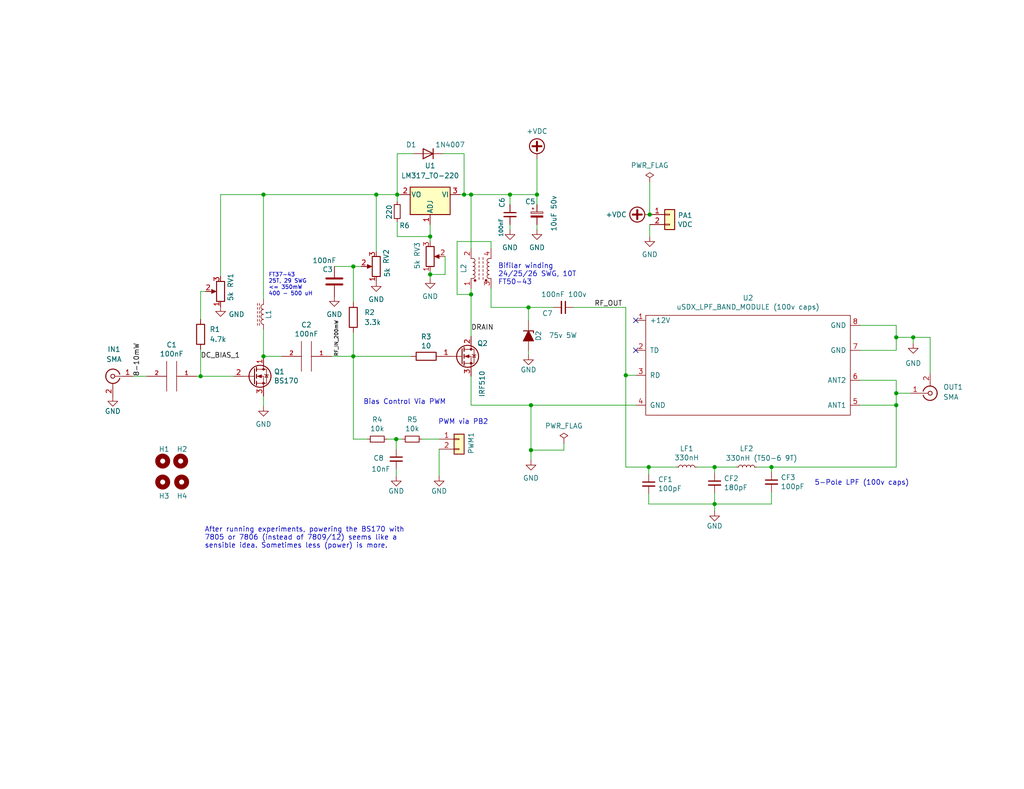
<source format=kicad_sch>
(kicad_sch (version 20211123) (generator eeschema)
  (paper "User" 260.629 200.812)
  (title_block (title "Easy-PA-With-Pluggable-LPF") (date "2021-12-26") (rev "v5.0") (company "Author: Dhiru Kholia (VU3CER)") (comment 1 "Designed for https://github.com/kholia/Easy-Digital-Beacons-v1 project") (comment 2 "Motivation: We need usable power on the 15m band!") (comment 3 "Uses ideas and support from G0UPL (QRP Labs), VU3SXT, VU2ASH, VU2SPF, AC7LX, PY2OHH") (comment 4 "Robust Class-D Single-ended \"5W+\" IRF510 powered HF PA"))
  (lib_symbols
    (symbol "Connector:Conn_Coaxial" (pin_names (offset 1.016) hide)
      (property "Reference" "J" (at 0.254 3.048 0))
      (property "Value" "Conn_Coaxial" (at 2.921 0 90))
      (symbol "Conn_Coaxial_0_1"
        (arc (start -1.778 -0.508) (mid 0.222 -1.808) (end 1.778 0) (stroke (width 0.254)))
        (polyline (pts (xy -2.54 0) (xy -0.508 0)))
        (polyline (pts (xy 0 -2.54) (xy 0 -1.778)))
        (circle (center 0 0) (radius 0.508) (stroke (width 0.2032)))
        (arc (start 1.778 0) (mid 0.222 1.8083) (end -1.778 0.508) (stroke (width 0.254)))
      )
      (symbol "Conn_Coaxial_1_1"
        (pin passive line (at -5.08 0 0) (length 2.54) (name "In") (number "1"))
        (pin passive line (at 0 -5.08 90) (length 2.54) (name "Ext") (number "2"))
      )
    )
    (symbol "Connector_Generic:Conn_01x02" (pin_names (offset 1.016) hide)
      (property "Reference" "J" (at 0 2.54 0))
      (property "Value" "Conn_01x02" (at 0 -5.08 0))
      (symbol "Conn_01x02_1_1"
        (rectangle (start -1.27 -2.413) (end 0 -2.667) (stroke (width 0.1524)))
        (rectangle (start -1.27 0.127) (end 0 -0.127) (stroke (width 0.1524)))
        (rectangle (start -1.27 1.27) (end 1.27 -3.81) (stroke (width 0.254)) (fill (type background)))
        (pin passive line (at -5.08 0 0) (length 3.81) (name "Pin_1") (number "1"))
        (pin passive line (at -5.08 -2.54 0) (length 3.81) (name "Pin_2") (number "2"))
      )
    )
    (symbol "Device:C" (pin_numbers hide) (pin_names (offset 0.254))
      (property "Reference" "C" (at 0.635 2.54 0))
      (property "Value" "C" (at 0.635 -2.54 0))
      (symbol "C_0_1"
        (polyline (pts (xy -2.032 -0.762) (xy 2.032 -0.762)) (stroke (width 0.508)))
        (polyline (pts (xy -2.032 0.762) (xy 2.032 0.762)) (stroke (width 0.508)))
      )
      (symbol "C_1_1"
        (pin passive line (at 0 3.81 270) (length 2.794) (name "~") (number "1"))
        (pin passive line (at 0 -3.81 90) (length 2.794) (name "~") (number "2"))
      )
    )
    (symbol "Device:C_Polarized_Small" (pin_numbers hide) (pin_names (offset 0.254) hide)
      (property "Reference" "C" (at 0.254 1.778 0))
      (property "Value" "C_Polarized_Small" (at 0.254 -2.032 0))
      (symbol "C_Polarized_Small_0_1"
        (rectangle (start -1.524 -0.3048) (end 1.524 -0.6858) (fill (type outline)))
        (rectangle (start -1.524 0.6858) (end 1.524 0.3048))
        (polyline (pts (xy -1.27 1.524) (xy -0.762 1.524)))
        (polyline (pts (xy -1.016 1.27) (xy -1.016 1.778)))
      )
      (symbol "C_Polarized_Small_1_1"
        (pin passive line (at 0 2.54 270) (length 1.8542) (name "~") (number "1"))
        (pin passive line (at 0 -2.54 90) (length 1.8542) (name "~") (number "2"))
      )
    )
    (symbol "Device:C_Small" (pin_numbers hide) (pin_names (offset 0.254) hide)
      (property "Reference" "C" (at 0.254 1.778 0))
      (property "Value" "C_Small" (at 0.254 -2.032 0))
      (symbol "C_Small_0_1"
        (polyline (pts (xy -1.524 -0.508) (xy 1.524 -0.508)) (stroke (width 0.3302)))
        (polyline (pts (xy -1.524 0.508) (xy 1.524 0.508)) (stroke (width 0.3048)))
      )
      (symbol "C_Small_1_1"
        (pin passive line (at 0 2.54 270) (length 2.032) (name "~") (number "1"))
        (pin passive line (at 0 -2.54 90) (length 2.032) (name "~") (number "2"))
      )
    )
    (symbol "Device:D_Zener_Filled" (pin_numbers hide) (pin_names (offset 1.016) hide)
      (property "Reference" "D" (at 0 2.54 0))
      (property "Value" "D_Zener_Filled" (at 0 -2.54 0))
      (symbol "D_Zener_Filled_0_1"
        (polyline (pts (xy 1.27 0) (xy -1.27 0)))
        (polyline (pts (xy -1.27 -1.27) (xy -1.27 1.27) (xy -0.762 1.27)) (stroke (width 0.254)))
        (polyline (pts (xy 1.27 -1.27) (xy 1.27 1.27) (xy -1.27 0) (xy 1.27 -1.27)) (stroke (width 0.254)) (fill (type outline)))
      )
      (symbol "D_Zener_Filled_1_1"
        (pin passive line (at -3.81 0 0) (length 2.54) (name "K") (number "1"))
        (pin passive line (at 3.81 0 180) (length 2.54) (name "A") (number "2"))
      )
    )
    (symbol "Device:L_Ferrite" (pin_numbers hide) (pin_names (offset 1.016) hide)
      (property "Reference" "L" (at -1.27 0 90))
      (property "Value" "L_Ferrite" (at 2.794 0 90))
      (symbol "L_Ferrite_0_1"
        (arc (start 0 -2.54) (mid 0.635 -1.905) (end 0 -1.27))
        (arc (start 0 -1.27) (mid 0.635 -0.635) (end 0 0))
        (polyline (pts (xy 1.016 -2.794) (xy 1.016 -2.286)))
        (polyline (pts (xy 1.016 -1.778) (xy 1.016 -1.27)))
        (polyline (pts (xy 1.016 -0.762) (xy 1.016 -0.254)))
        (polyline (pts (xy 1.016 0.254) (xy 1.016 0.762)))
        (polyline (pts (xy 1.016 1.27) (xy 1.016 1.778)))
        (polyline (pts (xy 1.016 2.286) (xy 1.016 2.794)))
        (polyline (pts (xy 1.524 -2.286) (xy 1.524 -2.794)))
        (polyline (pts (xy 1.524 -1.27) (xy 1.524 -1.778)))
        (polyline (pts (xy 1.524 -0.254) (xy 1.524 -0.762)))
        (polyline (pts (xy 1.524 0.762) (xy 1.524 0.254)))
        (polyline (pts (xy 1.524 1.778) (xy 1.524 1.27)))
        (polyline (pts (xy 1.524 2.794) (xy 1.524 2.286)))
        (arc (start 0 0) (mid 0.635 0.635) (end 0 1.27))
        (arc (start 0 1.27) (mid 0.635 1.905) (end 0 2.54))
      )
      (symbol "L_Ferrite_1_1"
        (pin passive line (at 0 3.81 270) (length 1.27) (name "1") (number "1"))
        (pin passive line (at 0 -3.81 90) (length 1.27) (name "2") (number "2"))
      )
    )
    (symbol "Device:L_Ferrite_Coupled" (pin_names (offset 0.254) hide)
      (property "Reference" "L" (at 0 4.445 0))
      (property "Value" "L_Ferrite_Coupled" (at 0 -4.445 0))
      (symbol "L_Ferrite_Coupled_0_1"
        (circle (center -3.048 -1.27) (radius 0.254) (fill (type outline)))
        (circle (center -3.048 1.524) (radius 0.254) (fill (type outline)))
        (arc (start -2.54 2.032) (mid -2.032 1.524) (end -1.524 2.032))
        (arc (start -1.524 -2.032) (mid -2.032 -1.524) (end -2.54 -2.032))
        (arc (start -1.524 2.032) (mid -1.016 1.524) (end -0.508 2.032))
        (arc (start -0.508 -2.032) (mid -1.016 -1.524) (end -1.524 -2.032))
        (arc (start -0.508 2.032) (mid 0 1.524) (end 0.508 2.032))
        (polyline (pts (xy -2.794 -0.508) (xy -2.286 -0.508)))
        (polyline (pts (xy -2.794 0.508) (xy -2.286 0.508)))
        (polyline (pts (xy -2.54 -2.032) (xy -2.54 -2.54)))
        (polyline (pts (xy -2.54 2.032) (xy -2.54 2.54)))
        (polyline (pts (xy -1.778 -0.508) (xy -1.27 -0.508)))
        (polyline (pts (xy -1.778 0.508) (xy -1.27 0.508)))
        (polyline (pts (xy -0.762 -0.508) (xy -0.254 -0.508)))
        (polyline (pts (xy -0.762 0.508) (xy -0.254 0.508)))
        (polyline (pts (xy 0.254 -0.508) (xy 0.762 -0.508)))
        (polyline (pts (xy 0.254 0.508) (xy 0.762 0.508)))
        (polyline (pts (xy 1.27 -0.508) (xy 1.778 -0.508)))
        (polyline (pts (xy 1.27 0.508) (xy 1.778 0.508)))
        (polyline (pts (xy 2.286 -0.508) (xy 2.794 -0.508)))
        (polyline (pts (xy 2.286 0.508) (xy 2.794 0.508)))
        (polyline (pts (xy 2.54 -2.032) (xy 2.54 -2.54)))
        (polyline (pts (xy 2.54 2.54) (xy 2.54 2.032)))
        (arc (start 0.508 -2.032) (mid 0 -1.524) (end -0.508 -2.032))
        (arc (start 0.508 2.032) (mid 1.016 1.524) (end 1.524 2.032))
        (arc (start 1.524 -2.032) (mid 1.016 -1.524) (end 0.508 -2.032))
        (arc (start 1.524 2.032) (mid 2.032 1.524) (end 2.54 2.032))
        (arc (start 2.54 -2.032) (mid 2.032 -1.524) (end 1.524 -2.032))
      )
      (symbol "L_Ferrite_Coupled_1_1"
        (pin passive line (at -5.08 2.54 0) (length 2.54) (name "1") (number "1"))
        (pin passive line (at 5.08 2.54 180) (length 2.54) (name "2") (number "2"))
        (pin passive line (at -5.08 -2.54 0) (length 2.54) (name "3") (number "3"))
        (pin passive line (at 5.08 -2.54 180) (length 2.54) (name "4") (number "4"))
      )
    )
    (symbol "Device:L_Small" (pin_numbers hide) (pin_names (offset 0.254) hide)
      (property "Reference" "L" (at 0.762 1.016 0))
      (property "Value" "L_Small" (at 0.762 -1.016 0))
      (symbol "L_Small_0_1"
        (arc (start 0 -2.032) (mid 0.508 -1.524) (end 0 -1.016))
        (arc (start 0 -1.016) (mid 0.508 -0.508) (end 0 0))
        (arc (start 0 0) (mid 0.508 0.508) (end 0 1.016))
        (arc (start 0 1.016) (mid 0.508 1.524) (end 0 2.032))
      )
      (symbol "L_Small_1_1"
        (pin passive line (at 0 2.54 270) (length 0.508) (name "~") (number "1"))
        (pin passive line (at 0 -2.54 90) (length 0.508) (name "~") (number "2"))
      )
    )
    (symbol "Device:R" (pin_numbers hide) (pin_names (offset 0))
      (property "Reference" "R" (at 2.032 0 90))
      (property "Value" "R" (at 0 0 90))
      (symbol "R_0_1"
        (rectangle (start -1.016 -2.54) (end 1.016 2.54) (stroke (width 0.254)))
      )
      (symbol "R_1_1"
        (pin passive line (at 0 3.81 270) (length 1.27) (name "~") (number "1"))
        (pin passive line (at 0 -3.81 90) (length 1.27) (name "~") (number "2"))
      )
    )
    (symbol "Device:R_Potentiometer" (pin_names (offset 1.016) hide)
      (property "Reference" "RV" (at -4.445 0 90))
      (property "Value" "R_Potentiometer" (at -2.54 0 90))
      (symbol "R_Potentiometer_0_1"
        (polyline (pts (xy 2.54 0) (xy 1.524 0)))
        (polyline (pts (xy 1.143 0) (xy 2.286 0.508) (xy 2.286 -0.508) (xy 1.143 0)) (fill (type outline)))
        (rectangle (start 1.016 2.54) (end -1.016 -2.54) (stroke (width 0.254)))
      )
      (symbol "R_Potentiometer_1_1"
        (pin passive line (at 0 3.81 270) (length 1.27) (name "1") (number "1"))
        (pin passive line (at 3.81 0 180) (length 1.27) (name "2") (number "2"))
        (pin passive line (at 0 -3.81 90) (length 1.27) (name "3") (number "3"))
      )
    )
    (symbol "Device:R_Small" (pin_numbers hide) (pin_names (offset 0.254) hide)
      (property "Reference" "R" (at 0.762 0.508 0))
      (property "Value" "R_Small" (at 0.762 -1.016 0))
      (symbol "R_Small_0_1"
        (rectangle (start -0.762 1.778) (end 0.762 -1.778) (stroke (width 0.2032)))
      )
      (symbol "R_Small_1_1"
        (pin passive line (at 0 2.54 270) (length 0.762) (name "~") (number "1"))
        (pin passive line (at 0 -2.54 90) (length 0.762) (name "~") (number "2"))
      )
    )
    (symbol "Diode:1N4007" (pin_numbers hide) (pin_names (offset 1.016) hide)
      (property "Reference" "D" (at 0 2.54 0))
      (property "Value" "1N4007" (at 0 -2.54 0))
      (symbol "1N4007_0_1"
        (polyline (pts (xy -1.27 1.27) (xy -1.27 -1.27)) (stroke (width 0.254)))
        (polyline (pts (xy 1.27 0) (xy -1.27 0)))
        (polyline (pts (xy 1.27 1.27) (xy 1.27 -1.27) (xy -1.27 0) (xy 1.27 1.27)) (stroke (width 0.254)))
      )
      (symbol "1N4007_1_1"
        (pin passive line (at -3.81 0 0) (length 2.54) (name "K") (number "1"))
        (pin passive line (at 3.81 0 180) (length 2.54) (name "A") (number "2"))
      )
    )
    (symbol "Mechanical:MountingHole" (pin_names (offset 1.016))
      (property "Reference" "H" (at 0 5.08 0))
      (property "Value" "MountingHole" (at 0 3.175 0))
      (symbol "MountingHole_0_1"
        (circle (center 0 0) (radius 1.27) (stroke (width 1.27)))
      )
    )
    (symbol "Regulator_Linear:LM317_TO-220" (pin_names (offset 0.254))
      (property "Reference" "U" (at -3.81 3.175 0))
      (property "Value" "LM317_TO-220" (at 0 3.175 0))
      (symbol "LM317_TO-220_0_1"
        (rectangle (start -5.08 1.905) (end 5.08 -5.08) (stroke (width 0.254)) (fill (type background)))
      )
      (symbol "LM317_TO-220_1_1"
        (pin input line (at 0 -7.62 90) (length 2.54) (name "ADJ") (number "1"))
        (pin power_out line (at 7.62 0 180) (length 2.54) (name "VO") (number "2"))
        (pin power_in line (at -7.62 0 0) (length 2.54) (name "VI") (number "3"))
      )
    )
    (symbol "Transistor_FET:BS170" (pin_names hide)
      (property "Reference" "Q" (at 5.08 1.905 0))
      (property "Value" "BS170" (at 5.08 0 0))
      (symbol "BS170_0_1"
        (polyline (pts (xy 0.254 0) (xy -2.54 0)))
        (polyline (pts (xy 0.254 1.905) (xy 0.254 -1.905)) (stroke (width 0.254)))
        (polyline (pts (xy 0.762 -1.27) (xy 0.762 -2.286)) (stroke (width 0.254)))
        (polyline (pts (xy 0.762 0.508) (xy 0.762 -0.508)) (stroke (width 0.254)))
        (polyline (pts (xy 0.762 2.286) (xy 0.762 1.27)) (stroke (width 0.254)))
        (polyline (pts (xy 2.54 2.54) (xy 2.54 1.778)))
        (polyline (pts (xy 2.54 -2.54) (xy 2.54 0) (xy 0.762 0)))
        (polyline (pts (xy 0.762 -1.778) (xy 3.302 -1.778) (xy 3.302 1.778) (xy 0.762 1.778)))
        (polyline (pts (xy 1.016 0) (xy 2.032 0.381) (xy 2.032 -0.381) (xy 1.016 0)) (fill (type outline)))
        (polyline (pts (xy 2.794 0.508) (xy 2.921 0.381) (xy 3.683 0.381) (xy 3.81 0.254)))
        (polyline (pts (xy 3.302 0.381) (xy 2.921 -0.254) (xy 3.683 -0.254) (xy 3.302 0.381)))
        (circle (center 1.651 0) (radius 2.794) (stroke (width 0.254)))
        (circle (center 2.54 -1.778) (radius 0.254) (fill (type outline)))
        (circle (center 2.54 1.778) (radius 0.254) (fill (type outline)))
      )
      (symbol "BS170_1_1"
        (pin passive line (at 2.54 5.08 270) (length 2.54) (name "D") (number "1"))
        (pin input line (at -5.08 0 0) (length 2.54) (name "G") (number "2"))
        (pin passive line (at 2.54 -5.08 90) (length 2.54) (name "S") (number "3"))
      )
    )
    (symbol "Transistor_FET:IRF540N" (pin_names hide)
      (property "Reference" "Q" (at 6.35 1.905 0))
      (property "Value" "IRF540N" (at 6.35 0 0))
      (symbol "IRF540N_0_1"
        (polyline (pts (xy 0.254 0) (xy -2.54 0)))
        (polyline (pts (xy 0.254 1.905) (xy 0.254 -1.905)) (stroke (width 0.254)))
        (polyline (pts (xy 0.762 -1.27) (xy 0.762 -2.286)) (stroke (width 0.254)))
        (polyline (pts (xy 0.762 0.508) (xy 0.762 -0.508)) (stroke (width 0.254)))
        (polyline (pts (xy 0.762 2.286) (xy 0.762 1.27)) (stroke (width 0.254)))
        (polyline (pts (xy 2.54 2.54) (xy 2.54 1.778)))
        (polyline (pts (xy 2.54 -2.54) (xy 2.54 0) (xy 0.762 0)))
        (polyline (pts (xy 0.762 -1.778) (xy 3.302 -1.778) (xy 3.302 1.778) (xy 0.762 1.778)))
        (polyline (pts (xy 1.016 0) (xy 2.032 0.381) (xy 2.032 -0.381) (xy 1.016 0)) (fill (type outline)))
        (polyline (pts (xy 2.794 0.508) (xy 2.921 0.381) (xy 3.683 0.381) (xy 3.81 0.254)))
        (polyline (pts (xy 3.302 0.381) (xy 2.921 -0.254) (xy 3.683 -0.254) (xy 3.302 0.381)))
        (circle (center 1.651 0) (radius 2.794) (stroke (width 0.254)))
        (circle (center 2.54 -1.778) (radius 0.254) (fill (type outline)))
        (circle (center 2.54 1.778) (radius 0.254) (fill (type outline)))
      )
      (symbol "IRF540N_1_1"
        (pin input line (at -5.08 0 0) (length 2.54) (name "G") (number "1"))
        (pin passive line (at 2.54 5.08 270) (length 2.54) (name "D") (number "2"))
        (pin passive line (at 2.54 -5.08 90) (length 2.54) (name "S") (number "3"))
      )
    )
    (symbol "power:+VDC" (power) (pin_names (offset 0))
      (property "Value" "+VDC" (at 0 6.35 0))
      (symbol "+VDC_0_1"
        (polyline (pts (xy -1.143 3.175) (xy 1.143 3.175)) (stroke (width 0.508)))
        (polyline (pts (xy 0 0) (xy 0 1.27)))
        (polyline (pts (xy 0 2.032) (xy 0 4.318)) (stroke (width 0.508)))
        (circle (center 0 3.175) (radius 1.905) (stroke (width 0.254)))
      )
      (symbol "+VDC_1_1"
        (pin power_in line (at 0 0 90) (length 0) hide (name "+VDC") (number "1"))
      )
    )
    (symbol "power:GND" (power) (pin_names (offset 0))
      (property "Value" "GND" (at 0 -3.81 0))
      (symbol "GND_0_1"
        (polyline (pts (xy 0 0) (xy 0 -1.27) (xy 1.27 -1.27) (xy 0 -2.54) (xy -1.27 -1.27) (xy 0 -1.27)))
      )
      (symbol "GND_1_1"
        (pin power_in line (at 0 0 270) (length 0) hide (name "GND") (number "1"))
      )
    )
    (symbol "power:PWR_FLAG" (power) (pin_numbers hide) (pin_names (offset 0) hide)
      (property "Value" "PWR_FLAG" (at 0 3.81 0))
      (symbol "PWR_FLAG_0_0"
        (pin power_out line (at 0 0 90) (length 0) (name "pwr") (number "1"))
      )
      (symbol "PWR_FLAG_0_1"
        (polyline (pts (xy 0 0) (xy 0 1.27) (xy -1.016 1.905) (xy 0 2.54) (xy 1.016 1.905) (xy 0 1.27)))
      )
    )
    (symbol "pspice:CAP" (pin_names (offset 0.254))
      (property "Reference" "C" (at 2.54 3.81 90))
      (property "Value" "CAP" (at 2.54 -3.81 90))
      (symbol "CAP_0_1"
        (polyline (pts (xy -3.81 -1.27) (xy 3.81 -1.27)))
        (polyline (pts (xy -3.81 1.27) (xy 3.81 1.27)))
      )
      (symbol "CAP_1_1"
        (pin passive line (at 0 6.35 270) (length 5.08) (name "~") (number "1"))
        (pin passive line (at 0 -6.35 90) (length 5.08) (name "~") (number "2"))
      )
    )
    (symbol "uSDX LPF BAND Module:uSDX_LPF_BAND_MODULE" (pin_names (offset 1.016))
      (property "Reference" "U" (at 0 5.08 0))
      (property "Value" "uSDX_LPF_BAND_MODULE" (at -1.27 1.27 0))
      (symbol "uSDX_LPF_BAND_MODULE_0_1"
        (polyline (pts (xy -25.4 12.7) (xy 25.4 12.7) (xy 25.4 -12.7) (xy -26.67 -12.7) (xy -26.67 12.7) (xy -25.4 12.7)))
      )
      (symbol "uSDX_LPF_BAND_MODULE_1_1"
        (pin input line (at 27.94 11.43 180) (length 2.54) (name "+12V") (number "1"))
        (pin input line (at 27.94 3.81 180) (length 2.54) (name "TD") (number "2"))
        (pin input line (at 27.94 -2.54 180) (length 2.54) (name "RD") (number "3"))
        (pin input line (at 27.94 -10.16 180) (length 2.54) (name "GND") (number "4"))
        (pin input line (at -29.21 -10.16 0) (length 2.54) (name "ANT1") (number "5"))
        (pin input line (at -29.21 -3.81 0) (length 2.54) (name "ANT2") (number "6"))
        (pin input line (at -29.21 3.81 0) (length 2.54) (name "GND") (number "7"))
        (pin input line (at -29.21 10.16 0) (length 2.54) (name "GND") (number "8"))
      )
    )
  )
  (junction (at 135.128 114.554))
  (junction (at 118.11 49.53))
  (junction (at 181.864 128.27))
  (junction (at 135.128 103.124))
  (junction (at 228.092 103.124))
  (junction (at 101.092 49.53))
  (junction (at 165.354 54.61))
  (junction (at 181.864 118.872))
  (junction (at 165.1 118.872))
  (junction (at 95.758 49.53))
  (junction (at 232.41 85.852))
  (junction (at 134.493 78.232))
  (junction (at 51.054 95.758))
  (junction (at 196.342 118.872))
  (junction (at 119.888 49.53))
  (junction (at 119.888 74.93))
  (junction (at 67.056 49.53))
  (junction (at 228.092 85.852))
  (junction (at 100.838 111.76))
  (junction (at 109.474 60.198))
  (junction (at 136.652 49.53))
  (junction (at 109.474 69.85))
  (junction (at 159.258 95.504))
  (junction (at 89.916 90.678))
  (junction (at 67.056 90.678))
  (junction (at 228.092 100.076))
  (junction (at 89.916 67.818))
  (junction (at 129.794 49.53))
  (no_connect (at 161.798 89.154))
  (no_connect (at 161.798 81.534))
  (wire (pts (xy 136.652 49.53) (xy 136.652 40.386)))
  (wire (pts (xy 101.092 49.53) (xy 101.092 51.308)))
  (wire (pts (xy 165.1 125.73) (xy 165.1 128.27)))
  (wire (pts (xy 111.76 114.3) (xy 111.76 121.158)))
  (wire (pts (xy 67.056 49.53) (xy 56.134 49.53)))
  (wire (pts (xy 111.76 111.76) (xy 107.442 111.76)))
  (wire (pts (xy 143.51 112.776) (xy 143.51 114.554)))
  (wire (pts (xy 119.888 74.93) (xy 119.888 73.406)))
  (wire (pts (xy 119.888 103.124) (xy 135.128 103.124)))
  (wire (pts (xy 119.888 74.93) (xy 119.888 85.598)))
  (wire (pts (xy 113.284 69.85) (xy 113.284 65.278)))
  (wire (pts (xy 89.916 67.818) (xy 89.916 76.962)))
  (wire (pts (xy 89.916 90.678) (xy 104.648 90.678)))
  (wire (pts (xy 119.888 103.124) (xy 119.888 95.758)))
  (wire (pts (xy 95.758 49.53) (xy 95.758 64.008)))
  (wire (pts (xy 228.092 103.124) (xy 228.092 100.076)))
  (wire (pts (xy 129.794 52.07) (xy 129.794 49.53)))
  (wire (pts (xy 119.888 74.93) (xy 116.332 74.93)))
  (wire (pts (xy 89.916 84.582) (xy 89.916 90.678)))
  (wire (pts (xy 118.11 39.116) (xy 118.11 49.53)))
  (wire (pts (xy 135.128 103.124) (xy 161.798 103.124)))
  (wire (pts (xy 136.652 49.53) (xy 129.794 49.53)))
  (wire (pts (xy 84.328 90.678) (xy 89.916 90.678)))
  (wire (pts (xy 52.324 74.168) (xy 51.054 74.168)))
  (wire (pts (xy 232.41 85.852) (xy 236.728 85.852)))
  (wire (pts (xy 67.056 49.53) (xy 67.056 76.2)))
  (wire (pts (xy 181.864 128.27) (xy 181.864 130.048)))
  (wire (pts (xy 67.056 90.678) (xy 67.056 83.82)))
  (wire (pts (xy 67.056 90.678) (xy 71.628 90.678)))
  (wire (pts (xy 124.968 73.406) (xy 124.968 78.232)))
  (wire (pts (xy 112.776 39.116) (xy 118.11 39.116)))
  (wire (pts (xy 89.916 111.76) (xy 93.472 111.76)))
  (wire (pts (xy 134.493 78.232) (xy 140.843 78.232)))
  (wire (pts (xy 109.474 69.85) (xy 113.284 69.85)))
  (wire (pts (xy 116.332 61.468) (xy 124.968 61.468)))
  (wire (pts (xy 218.948 89.154) (xy 228.092 89.154)))
  (wire (pts (xy 124.968 61.468) (xy 124.968 63.246)))
  (wire (pts (xy 231.648 100.076) (xy 228.092 100.076)))
  (wire (pts (xy 196.342 118.872) (xy 196.342 120.142)))
  (wire (pts (xy 228.092 100.076) (xy 228.092 96.774)))
  (wire (pts (xy 228.092 82.804) (xy 228.092 85.852)))
  (wire (pts (xy 165.354 46.482) (xy 165.354 54.61)))
  (wire (pts (xy 135.128 103.124) (xy 135.128 114.554)))
  (wire (pts (xy 100.838 114.3) (xy 100.838 111.76)))
  (wire (pts (xy 101.092 49.53) (xy 101.854 49.53)))
  (wire (pts (xy 91.948 67.818) (xy 89.916 67.818)))
  (wire (pts (xy 232.41 87.376) (xy 232.41 85.852)))
  (wire (pts (xy 100.838 111.76) (xy 102.362 111.76)))
  (wire (pts (xy 134.493 78.232) (xy 134.493 81.661)))
  (wire (pts (xy 218.948 82.804) (xy 228.092 82.804)))
  (wire (pts (xy 116.332 74.93) (xy 116.332 61.468)))
  (wire (pts (xy 196.342 128.27) (xy 196.342 125.222)))
  (wire (pts (xy 136.652 49.53) (xy 136.652 52.07)))
  (wire (pts (xy 192.532 118.872) (xy 196.342 118.872)))
  (wire (pts (xy 165.354 60.198) (xy 165.354 57.15)))
  (wire (pts (xy 135.128 114.554) (xy 135.128 117.094)))
  (wire (pts (xy 165.1 128.27) (xy 181.864 128.27)))
  (wire (pts (xy 145.923 78.232) (xy 159.258 78.232)))
  (wire (pts (xy 136.652 57.15) (xy 136.652 58.42)))
  (wire (pts (xy 177.292 118.872) (xy 181.864 118.872)))
  (wire (pts (xy 89.916 90.678) (xy 89.916 111.76)))
  (wire (pts (xy 119.888 49.53) (xy 119.888 63.246)))
  (wire (pts (xy 101.092 39.116) (xy 101.092 49.53)))
  (wire (pts (xy 159.258 95.504) (xy 159.258 118.872)))
  (wire (pts (xy 109.474 57.15) (xy 109.474 60.198)))
  (wire (pts (xy 51.054 88.9) (xy 51.054 95.758)))
  (wire (pts (xy 51.054 74.168) (xy 51.054 81.28)))
  (wire (pts (xy 101.092 39.116) (xy 105.156 39.116)))
  (wire (pts (xy 181.864 118.872) (xy 187.452 118.872)))
  (wire (pts (xy 236.728 85.852) (xy 236.728 94.996)))
  (wire (pts (xy 218.948 103.124) (xy 228.092 103.124)))
  (wire (pts (xy 159.258 118.872) (xy 165.1 118.872)))
  (wire (pts (xy 109.474 60.198) (xy 109.474 61.468)))
  (wire (pts (xy 165.1 120.65) (xy 165.1 118.872)))
  (wire (pts (xy 159.258 78.232) (xy 159.258 95.504)))
  (wire (pts (xy 181.864 118.872) (xy 181.864 120.396)))
  (wire (pts (xy 109.474 70.866) (xy 109.474 69.85)))
  (wire (pts (xy 67.056 49.53) (xy 95.758 49.53)))
  (wire (pts (xy 134.493 90.297) (xy 134.493 89.281)))
  (wire (pts (xy 101.092 56.388) (xy 101.092 60.198)))
  (wire (pts (xy 117.094 49.53) (xy 118.11 49.53)))
  (wire (pts (xy 129.794 57.15) (xy 129.794 58.42)))
  (wire (pts (xy 124.968 78.232) (xy 134.493 78.232)))
  (wire (pts (xy 50.038 95.758) (xy 51.054 95.758)))
  (wire (pts (xy 56.134 49.53) (xy 56.134 70.358)))
  (wire (pts (xy 67.056 100.838) (xy 67.056 103.378)))
  (wire (pts (xy 228.092 85.852) (xy 232.41 85.852)))
  (wire (pts (xy 119.888 49.53) (xy 129.794 49.53)))
  (wire (pts (xy 181.864 128.27) (xy 196.342 128.27)))
  (wire (pts (xy 165.1 118.872) (xy 172.212 118.872)))
  (wire (pts (xy 218.948 96.774) (xy 228.092 96.774)))
  (wire (pts (xy 33.782 95.758) (xy 37.338 95.758)))
  (wire (pts (xy 228.092 85.852) (xy 228.092 89.154)))
  (wire (pts (xy 181.864 125.476) (xy 181.864 128.27)))
  (wire (pts (xy 228.092 103.124) (xy 228.092 118.872)))
  (wire (pts (xy 95.758 49.53) (xy 101.092 49.53)))
  (wire (pts (xy 109.474 69.85) (xy 109.474 69.088)))
  (wire (pts (xy 100.838 121.158) (xy 100.838 119.38)))
  (wire (pts (xy 196.342 118.872) (xy 228.092 118.872)))
  (wire (pts (xy 118.11 49.53) (xy 119.888 49.53)))
  (wire (pts (xy 98.552 111.76) (xy 100.838 111.76)))
  (wire (pts (xy 89.916 67.818) (xy 85.09 67.818)))
  (wire (pts (xy 143.51 114.554) (xy 135.128 114.554)))
  (wire (pts (xy 51.054 95.758) (xy 59.436 95.758)))
  (wire (pts (xy 159.258 95.504) (xy 161.798 95.504)))
  (wire (pts (xy 101.092 60.198) (xy 109.474 60.198)))
  (text "After running experiments, powering the BS170 with\n7805 or 7806 (instead of 7809/12) seems like a \nsensible idea. Sometimes less (power) is more." (at 52.07 139.7 0) (effects (font (size 1.27 1.27)) (justify left bottom)))
  (text "Bifilar winding\n24/25/26 SWG, 10T\nFT50-43" (at 126.746 72.644 0) (effects (font (size 1.27 1.27)) (justify left bottom)))
  (text "FT37-43\n25T, 29 SWG\n<= 350mW\n400 - 500 uH" (at 68.326 75.438 0) (effects (font (size 0.9906 0.9906)) (justify left bottom)))
  (text "5-Pole LPF (100v caps)" (at 207.264 123.698 0) (effects (font (size 1.27 1.27)) (justify left bottom)))
  (text "Bias Control Via PWM" (at 92.456 103.124 0) (effects (font (size 1.27 1.27)) (justify left bottom)))
  (text "PWM via PB2" (at 111.506 108.204 0) (effects (font (size 1.27 1.27)) (justify left bottom)))
  (label "8-10mW" (at 35.814 95.758 90))
  (label "DC_BIAS_1" (at 51.054 91.44 0))
  (label "DRAIN" (at 119.888 84.328 0))
  (label "RF_IN_200mW" (at 86.36 90.678 90) (effects (font (size 0.889 0.889))))
  (label "RF_OUT" (at 151.257 78.232 0))
  (symbol (lib_id "Device:C_Polarized_Small") (at 136.652 54.61 0) (unit 1)
    (property "Reference" "C5" (at 133.604 51.308 0) (effects (justify left)))
    (property "Value" "10uF 50v" (at 140.97 58.928 90) (effects (justify left)))
    (property "Footprint" "Capacitor_THT:CP_Radial_D5.0mm_P2.50mm" (effects hide))
  )
  (symbol (lib_id "Device:C_Small") (at 143.383 78.232 270) (unit 1)
    (property "Reference" "C7" (at 139.319 79.756 90))
    (property "Value" "100nF 100v" (at 143.51 74.93 90))
    (property "Footprint" "Capacitor_THT:C_Disc_D4.3mm_W1.9mm_P5.00mm" (effects hide))
  )
  (symbol (lib_id "pspice:CAP") (at 77.978 90.678 270) (unit 1)
    (property "Reference" "C2" (at 77.978 82.677 90))
    (property "Value" "100nF" (at 77.978 84.9884 90))
    (property "Footprint" "Capacitor_THT:C_Disc_D4.3mm_W1.9mm_P5.00mm" (effects hide))
  )
  (symbol (lib_id "uSDX LPF BAND Module:uSDX_LPF_BAND_MODULE") (at 189.738 92.964 0) (mirror y) (unit 1)
    (property "Reference" "U2" (at 190.373 75.819 0))
    (property "Value" "uSDX_LPF_BAND_MODULE (100v caps)" (at 190.373 78.1304 0))
    (property "Footprint" "footprints:uSDX_LPF_Band_Module" (effects hide))
  )
  (symbol (lib_id "Device:R_Potentiometer") (at 95.758 67.818 180) (unit 1)
    (property "Reference" "RV2" (at 98.298 65.278 90))
    (property "Value" "5k" (at 98.552 69.342 90))
    (property "Footprint" "Potentiometer_THT:Potentiometer_Runtron_RM-065_Vertical" (effects hide))
  )
  (symbol (lib_id "Device:R_Small") (at 96.012 111.76 270) (unit 1)
    (property "Reference" "R4" (at 96.012 106.7816 90))
    (property "Value" "10k" (at 96.012 109.093 90))
    (property "Footprint" "Resistor_THT:R_Axial_DIN0207_L6.3mm_D2.5mm_P2.54mm_Vertical" (effects hide))
  )
  (symbol (lib_id "Device:R_Small") (at 104.902 111.76 270) (unit 1)
    (property "Reference" "R5" (at 104.902 106.7816 90))
    (property "Value" "10k" (at 104.902 109.093 90))
    (property "Footprint" "Resistor_THT:R_Axial_DIN0207_L6.3mm_D2.5mm_P2.54mm_Vertical" (effects hide))
  )
  (symbol (lib_id "power:GND") (at 100.838 121.158 0) (unit 1)
    (property "Reference" "#PWR0108" (effects hide))
    (property "Value" "GND" (at 100.838 124.968 0))
  )
  (symbol (lib_id "Device:C_Small") (at 100.838 116.84 0) (unit 1)
    (property "Reference" "C8" (at 94.996 116.586 0) (effects (justify left)))
    (property "Value" "10nF" (at 94.488 119.38 0) (effects (justify left)))
    (property "Footprint" "Capacitor_THT:C_Disc_D4.3mm_W1.9mm_P5.00mm" (effects hide))
  )
  (symbol (lib_id "power:GND") (at 111.76 121.158 0) (unit 1)
    (property "Reference" "#PWR0115" (effects hide))
    (property "Value" "GND" (at 111.76 124.968 0))
  )
  (symbol (lib_id "Connector_Generic:Conn_01x02") (at 116.84 111.76 0) (unit 1)
    (property "Reference" "PWM1" (at 119.888 115.57 90) (effects (justify left)))
    (property "Value" "Conn_01x02" (effects hide))
    (property "Footprint" "Connector_PinHeader_2.54mm:PinHeader_1x02_P2.54mm_Vertical" (effects hide))
  )
  (symbol (lib_id "Connector_Generic:Conn_01x02") (at 170.434 54.61 0) (unit 1)
    (property "Reference" "PA1" (at 172.466 54.8132 0) (effects (justify left)))
    (property "Value" "VDC" (at 172.466 57.1246 0) (effects (justify left)))
    (property "Footprint" "Connector_PinHeader_2.54mm:PinHeader_1x02_P2.54mm_Vertical" (effects hide))
  )
  (symbol (lib_id "power:+VDC") (at 165.354 54.61 90) (unit 1)
    (property "Reference" "#PWR0110" (effects hide))
    (property "Value" "+VDC" (at 159.5374 54.61 90) (effects (justify left)))
  )
  (symbol (lib_id "Device:R") (at 108.458 90.678 270) (unit 1)
    (property "Reference" "R3" (at 108.458 85.6996 90))
    (property "Value" "10" (at 108.458 88.011 90))
    (property "Footprint" "Resistor_THT:R_Axial_DIN0204_L3.6mm_D1.6mm_P5.08mm_Horizontal" (effects hide))
  )
  (symbol (lib_id "power:+VDC") (at 136.652 40.386 0) (unit 1)
    (property "Reference" "#PWR0112" (effects hide))
    (property "Value" "+VDC" (at 136.652 33.401 0))
  )
  (symbol (lib_id "power:PWR_FLAG") (at 165.354 46.482 0) (unit 1)
    (property "Reference" "#FLG0103" (effects hide))
    (property "Value" "PWR_FLAG" (at 165.354 42.0878 0))
  )
  (symbol (lib_id "power:GND") (at 28.702 100.838 0) (unit 1)
    (property "Reference" "#PWR0106" (effects hide))
    (property "Value" "GND" (at 28.702 104.648 0))
  )
  (symbol (lib_id "Transistor_FET:BS170") (at 64.516 95.758 0) (unit 1)
    (property "Reference" "Q1" (at 69.6976 94.5896 0) (effects (justify left)))
    (property "Value" "BS170" (at 69.6976 96.901 0) (effects (justify left)))
    (property "Footprint" "Connector_PinSocket_2.54mm:PinSocket_1x03_P2.54mm_Vertical" (effects hide))
    (property "Datasheet" "https://www.onsemi.com/pub/Collateral/BS170-D.PDF" (effects hide))
  )
  (symbol (lib_id "pspice:CAP") (at 43.688 95.758 270) (unit 1)
    (property "Reference" "C1" (at 43.688 87.757 90))
    (property "Value" "100nF" (at 43.688 90.0684 90))
    (property "Footprint" "Capacitor_THT:C_Disc_D4.3mm_W1.9mm_P5.00mm" (effects hide))
  )
  (symbol (lib_id "Device:L_Ferrite_Coupled") (at 122.428 68.326 90) (unit 1)
    (property "Reference" "L2" (at 117.983 68.326 0))
    (property "Value" "L_Ferrite_Coupled" (effects hide))
    (property "Footprint" "footprints:FT50-43 Transformer" (effects hide))
  )
  (symbol (lib_id "Device:R_Potentiometer") (at 56.134 74.168 180) (unit 1)
    (property "Reference" "RV1" (at 58.674 71.374 90))
    (property "Value" "5k" (at 58.674 75.438 90))
    (property "Footprint" "Potentiometer_THT:Potentiometer_Runtron_RM-065_Vertical" (effects hide))
  )
  (symbol (lib_id "Diode:1N4007") (at 108.966 39.116 180) (unit 1)
    (property "Reference" "D1" (at 104.648 36.83 0))
    (property "Value" "1N4007" (at 114.554 36.83 0))
    (property "Footprint" "Diode_THT:D_DO-41_SOD81_P2.54mm_Vertical_KathodeUp" (effects hide))
    (property "Datasheet" "http://www.vishay.com/docs/88503/1n4001.pdf" (effects hide))
  )
  (symbol (lib_id "Device:C_Small") (at 129.794 54.61 0) (unit 1)
    (property "Reference" "C6" (at 127.762 51.562 90))
    (property "Value" "100nF" (at 127.508 57.912 90) (effects (font (size 0.9906 0.9906))))
    (property "Footprint" "Capacitor_THT:C_Disc_D4.3mm_W1.9mm_P5.00mm" (effects hide))
  )
  (symbol (lib_id "Device:L_Ferrite") (at 67.056 80.01 180) (unit 1)
    (property "Reference" "L1" (at 68.326 80.01 90))
    (property "Value" "L_Ferrite" (effects hide))
    (property "Footprint" "Inductor_THT:L_Toroid_Vertical_L10.0mm_W5.0mm_P5.08mm" (effects hide))
  )
  (symbol (lib_id "power:PWR_FLAG") (at 143.51 112.776 0) (unit 1)
    (property "Reference" "#FLG0104" (effects hide))
    (property "Value" "PWR_FLAG" (at 143.51 108.3818 0))
  )
  (symbol (lib_id "Device:D_Zener_Filled") (at 134.493 85.471 270) (unit 1)
    (property "Reference" "D2" (at 137.033 85.471 0))
    (property "Value" "75v 5W" (at 143.256 85.344 90))
    (property "Footprint" "Diode_THT:D_DO-201_P5.08mm_Vertical_AnodeUp" (effects hide))
  )
  (symbol (lib_id "power:GND") (at 134.493 90.297 0) (unit 1)
    (property "Reference" "#PWR0102" (effects hide))
    (property "Value" "GND" (at 134.493 94.107 0))
  )
  (symbol (lib_id "Mechanical:MountingHole") (at 46.228 122.682 0) (unit 1)
    (property "Reference" "H4" (at 44.958 126.238 0) (effects (justify left)))
    (property "Value" "MountingHole" (effects hide))
    (property "Footprint" "MountingHole:MountingHole_2.2mm_M2" (effects hide))
  )
  (symbol (lib_id "power:GND") (at 109.474 70.866 0) (unit 1)
    (property "Reference" "#PWR0117" (effects hide))
    (property "Value" "GND" (at 109.474 75.438 0))
  )
  (symbol (lib_id "power:GND") (at 67.056 103.378 0) (unit 1)
    (property "Reference" "#PWR0114" (effects hide))
    (property "Value" "GND" (at 67.056 107.95 0))
  )
  (symbol (lib_id "Connector:Conn_Coaxial") (at 236.728 100.076 0) (mirror x) (unit 1)
    (property "Reference" "OUT1" (at 240.03 98.5127 0) (effects (justify left)))
    (property "Value" "SMA" (at 240.03 101.0527 0) (effects (justify left)))
    (property "Footprint" "Connector_Coaxial:SMA_Amphenol_901-144_Vertical" (effects hide))
    (property "Datasheet" " ~" (effects hide))
  )
  (symbol (lib_id "power:GND") (at 136.652 58.42 0) (unit 1)
    (property "Reference" "#PWR0103" (effects hide))
    (property "Value" "GND" (at 136.652 62.992 0))
  )
  (symbol (lib_id "Device:C_Small") (at 165.1 123.19 0) (unit 1)
    (property "Reference" "CF1" (at 167.4368 122.0216 0) (effects (justify left)))
    (property "Value" "100pF" (at 167.4368 124.333 0) (effects (justify left)))
    (property "Footprint" "Capacitor_THT:C_Disc_D4.3mm_W1.9mm_P5.00mm" (effects hide))
  )
  (symbol (lib_id "Device:C_Small") (at 181.864 122.936 0) (unit 1)
    (property "Reference" "CF2" (at 184.2008 121.7676 0) (effects (justify left)))
    (property "Value" "180pF" (at 184.2008 124.079 0) (effects (justify left)))
    (property "Footprint" "Capacitor_THT:C_Disc_D4.3mm_W1.9mm_P5.00mm" (effects hide))
  )
  (symbol (lib_id "power:GND") (at 181.864 130.048 0) (unit 1)
    (property "Reference" "#PWR0107" (effects hide))
    (property "Value" "GND" (at 181.864 133.858 0))
  )
  (symbol (lib_id "Mechanical:MountingHole") (at 41.402 122.682 0) (unit 1)
    (property "Reference" "H3" (at 40.386 126.238 0) (effects (justify left)))
    (property "Value" "MountingHole" (effects hide))
    (property "Footprint" "MountingHole:MountingHole_2.2mm_M2" (effects hide))
  )
  (symbol (lib_id "Device:L_Small") (at 174.752 118.872 90) (unit 1)
    (property "Reference" "LF1" (at 174.752 114.173 90))
    (property "Value" "330nH" (at 174.752 116.4844 90))
    (property "Footprint" "footprints:FT50-43 INDUCTOR" (effects hide))
  )
  (symbol (lib_id "power:GND") (at 232.41 87.376 0) (unit 1)
    (property "Reference" "#PWR0104" (effects hide))
    (property "Value" "GND" (at 232.41 92.456 0))
  )
  (symbol (lib_id "Connector:Conn_Coaxial") (at 28.702 95.758 0) (mirror y) (unit 1)
    (property "Reference" "IN1" (at 29.0194 88.9 0))
    (property "Value" "SMA" (at 29.0194 91.44 0))
    (property "Footprint" "Connector_Coaxial:SMA_Amphenol_901-144_Vertical" (effects hide))
    (property "Datasheet" " ~" (effects hide))
  )
  (symbol (lib_id "Device:R_Small") (at 101.092 53.848 0) (unit 1)
    (property "Reference" "R6" (at 101.6 57.404 0) (effects (justify left)))
    (property "Value" "220" (at 99.06 55.88 90) (effects (justify left)))
    (property "Footprint" "Resistor_THT:R_Axial_DIN0207_L6.3mm_D2.5mm_P2.54mm_Vertical" (effects hide))
  )
  (symbol (lib_id "Device:R") (at 51.054 85.09 0) (unit 1)
    (property "Reference" "R1" (at 53.34 83.8199 0) (effects (justify left)))
    (property "Value" "4.7k" (at 53.34 86.3599 0) (effects (justify left)))
    (property "Footprint" "Resistor_THT:R_Axial_DIN0207_L6.3mm_D2.5mm_P2.54mm_Vertical" (effects hide))
  )
  (symbol (lib_id "Mechanical:MountingHole") (at 45.974 117.348 0) (unit 1)
    (property "Reference" "H2" (at 44.958 114.3 0) (effects (justify left)))
    (property "Value" "MountingHole" (effects hide))
    (property "Footprint" "MountingHole:MountingHole_2.2mm_M2" (effects hide))
  )
  (symbol (lib_id "power:GND") (at 56.134 77.978 0) (unit 1)
    (property "Reference" "#PWR0101" (effects hide))
    (property "Value" "GND" (at 60.198 80.01 0))
  )
  (symbol (lib_id "Device:C") (at 85.09 71.628 0) (unit 1)
    (property "Reference" "C3" (at 82.042 68.58 0) (effects (justify left)))
    (property "Value" "100nF" (at 79.502 66.294 0) (effects (justify left)))
    (property "Footprint" "Capacitor_THT:C_Disc_D4.3mm_W1.9mm_P5.00mm" (effects hide))
  )
  (symbol (lib_id "Device:C_Small") (at 196.342 122.682 0) (unit 1)
    (property "Reference" "CF3" (at 198.6788 121.5136 0) (effects (justify left)))
    (property "Value" "100pF" (at 198.6788 123.825 0) (effects (justify left)))
    (property "Footprint" "Capacitor_THT:C_Disc_D4.3mm_W1.9mm_P5.00mm" (effects hide))
  )
  (symbol (lib_id "Device:R_Potentiometer") (at 109.474 65.278 0) (mirror x) (unit 1)
    (property "Reference" "RV3" (at 106.172 63.5 90))
    (property "Value" "5k" (at 106.172 67.31 90))
    (property "Footprint" "Potentiometer_THT:Potentiometer_Runtron_RM-065_Vertical" (effects hide))
  )
  (symbol (lib_id "Device:L_Small") (at 189.992 118.872 90) (unit 1)
    (property "Reference" "LF2" (at 189.992 114.173 90))
    (property "Value" "330nH (T50-6 9T)" (at 193.802 116.586 90))
    (property "Footprint" "footprints:FT50-43 INDUCTOR" (effects hide))
  )
  (symbol (lib_id "Mechanical:MountingHole") (at 41.402 117.348 0) (unit 1)
    (property "Reference" "H1" (at 40.386 114.3 0) (effects (justify left)))
    (property "Value" "MountingHole" (effects hide))
    (property "Footprint" "MountingHole:MountingHole_2.2mm_M2" (effects hide))
  )
  (symbol (lib_id "power:GND") (at 95.758 71.628 0) (unit 1)
    (property "Reference" "#PWR0113" (effects hide))
    (property "Value" "GND" (at 95.758 76.2 0))
  )
  (symbol (lib_id "power:GND") (at 135.128 117.094 0) (unit 1)
    (property "Reference" "#PWR0116" (effects hide))
    (property "Value" "GND" (at 135.128 121.666 0))
  )
  (symbol (lib_id "power:GND") (at 165.354 60.198 0) (unit 1)
    (property "Reference" "#PWR0109" (effects hide))
    (property "Value" "GND" (at 165.354 64.77 0))
  )
  (symbol (lib_id "power:GND") (at 85.09 75.438 0) (unit 1)
    (property "Reference" "#PWR0111" (effects hide))
    (property "Value" "GND" (at 85.09 80.01 0))
  )
  (symbol (lib_id "power:GND") (at 129.794 58.42 0) (unit 1)
    (property "Reference" "#PWR0105" (effects hide))
    (property "Value" "GND" (at 129.794 62.992 0))
  )
  (symbol (lib_id "Regulator_Linear:LM317_TO-220") (at 109.474 49.53 0) (mirror y) (unit 1)
    (property "Reference" "U1" (at 109.474 42.164 0))
    (property "Value" "LM317_TO-220" (at 109.474 44.704 0))
    (property "Footprint" "Package_TO_SOT_THT:TO-220-3_Vertical" (effects hide))
    (property "Datasheet" "http://www.ti.com/lit/ds/symlink/lm317.pdf" (effects hide))
  )
  (symbol (lib_id "Transistor_FET:IRF540N") (at 117.348 90.678 0) (unit 1)
    (property "Reference" "Q2" (at 121.412 87.376 0) (effects (justify left)))
    (property "Value" "IRF510" (at 122.682 101.092 90) (effects (justify left)))
    (property "Footprint" "Package_TO_SOT_THT:TO-220-3_Vertical" (effects hide))
    (property "Datasheet" "http://www.irf.com/product-info/datasheets/data/irf540n.pdf" (effects hide))
  )
  (symbol (lib_id "Device:R") (at 89.916 80.772 0) (unit 1)
    (property "Reference" "R2" (at 92.71 79.5019 0) (effects (justify left)))
    (property "Value" "3.3k" (at 92.71 82.0419 0) (effects (justify left)))
    (property "Footprint" "Resistor_THT:R_Axial_DIN0207_L6.3mm_D2.5mm_P2.54mm_Vertical" (effects hide))
  )
)
</source>
